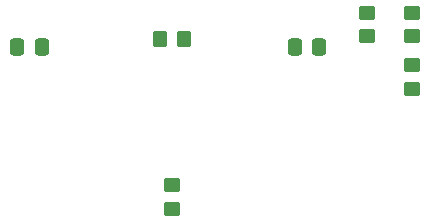
<source format=gbp>
G04 #@! TF.GenerationSoftware,KiCad,Pcbnew,(6.0.7)*
G04 #@! TF.CreationDate,2022-08-26T11:00:59+03:00*
G04 #@! TF.ProjectId,DiLight_1.1,44694c69-6768-4745-9f31-2e312e6b6963,rev?*
G04 #@! TF.SameCoordinates,Original*
G04 #@! TF.FileFunction,Paste,Bot*
G04 #@! TF.FilePolarity,Positive*
%FSLAX46Y46*%
G04 Gerber Fmt 4.6, Leading zero omitted, Abs format (unit mm)*
G04 Created by KiCad (PCBNEW (6.0.7)) date 2022-08-26 11:00:59*
%MOMM*%
%LPD*%
G01*
G04 APERTURE LIST*
G04 Aperture macros list*
%AMRoundRect*
0 Rectangle with rounded corners*
0 $1 Rounding radius*
0 $2 $3 $4 $5 $6 $7 $8 $9 X,Y pos of 4 corners*
0 Add a 4 corners polygon primitive as box body*
4,1,4,$2,$3,$4,$5,$6,$7,$8,$9,$2,$3,0*
0 Add four circle primitives for the rounded corners*
1,1,$1+$1,$2,$3*
1,1,$1+$1,$4,$5*
1,1,$1+$1,$6,$7*
1,1,$1+$1,$8,$9*
0 Add four rect primitives between the rounded corners*
20,1,$1+$1,$2,$3,$4,$5,0*
20,1,$1+$1,$4,$5,$6,$7,0*
20,1,$1+$1,$6,$7,$8,$9,0*
20,1,$1+$1,$8,$9,$2,$3,0*%
G04 Aperture macros list end*
%ADD10RoundRect,0.250000X-0.450000X0.350000X-0.450000X-0.350000X0.450000X-0.350000X0.450000X0.350000X0*%
%ADD11RoundRect,0.250000X-0.337500X-0.475000X0.337500X-0.475000X0.337500X0.475000X-0.337500X0.475000X0*%
%ADD12RoundRect,0.250000X0.337500X0.475000X-0.337500X0.475000X-0.337500X-0.475000X0.337500X-0.475000X0*%
%ADD13RoundRect,0.250000X0.450000X-0.350000X0.450000X0.350000X-0.450000X0.350000X-0.450000X-0.350000X0*%
%ADD14RoundRect,0.250000X-0.350000X-0.450000X0.350000X-0.450000X0.350000X0.450000X-0.350000X0.450000X0*%
G04 APERTURE END LIST*
D10*
X28575000Y-35830000D03*
X28575000Y-37830000D03*
D11*
X38967500Y-24130000D03*
X41042500Y-24130000D03*
D12*
X17547500Y-24130000D03*
X15472500Y-24130000D03*
D10*
X48895000Y-25670000D03*
X48895000Y-27670000D03*
X48895000Y-21225000D03*
X48895000Y-23225000D03*
D13*
X45085000Y-23225000D03*
X45085000Y-21225000D03*
D14*
X27575000Y-23495000D03*
X29575000Y-23495000D03*
M02*

</source>
